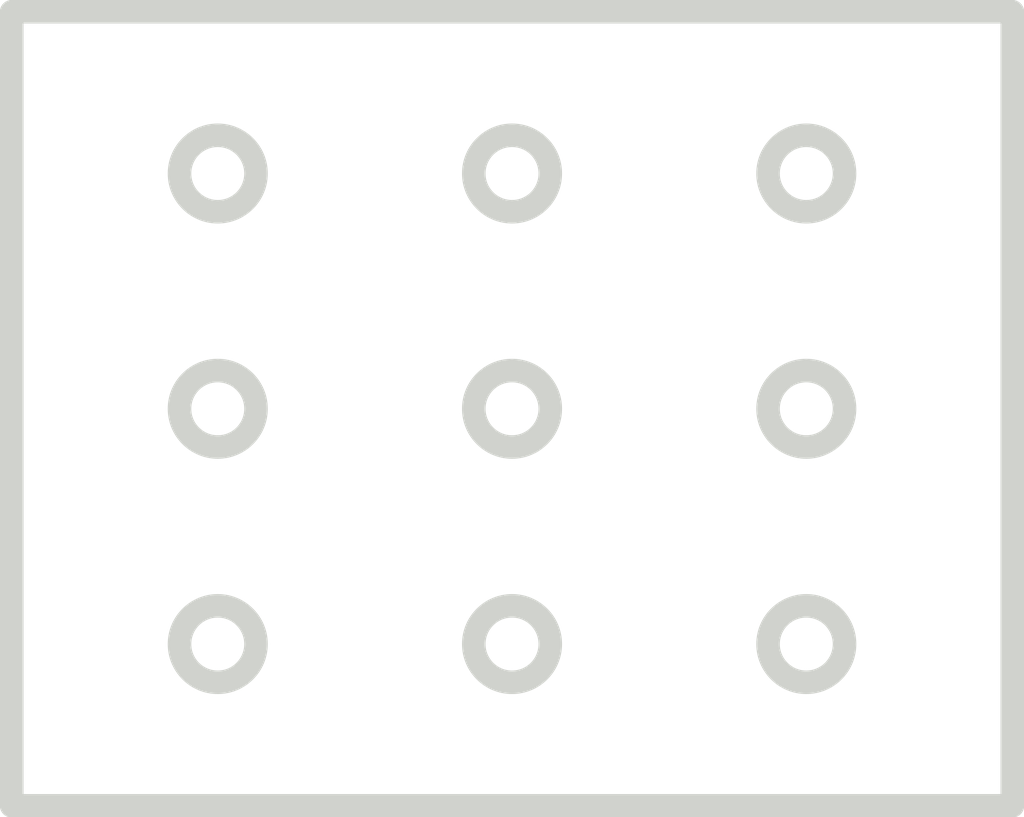
<source format=kicad_pcb>
(kicad_pcb (version 20171130) (host pcbnew 5.1.12-84ad8e8a86~92~ubuntu20.04.1)

  (general
    (thickness 1.6)
    (drawings 13)
    (tracks 0)
    (zones 0)
    (modules 0)
    (nets 1)
  )

  (page A4 portrait)
  (title_block
    (title ТКП-3.35.A)
    (date 2023-12-19)
    (rev 1A)
    (company "Spacer PBS-24-302SP [REV1A]")
    (comment 1 http://github.com/Adept666)
    (comment 2 "Igor Ivanov (Игорь Иванов)")
    (comment 3 -ТТКРЧПДЛ-)
    (comment 4 "This project is licensed under GNU General Public License v3.0 or later")
  )

  (layers
    (0 F.Cu jumper)
    (31 B.Cu signal)
    (44 Edge.Cuts user)
    (45 Margin user)
    (46 B.CrtYd user)
    (47 F.CrtYd user)
  )

  (setup
    (last_trace_width 1)
    (user_trace_width 0.6)
    (trace_clearance 0)
    (zone_clearance 0.6)
    (zone_45_only no)
    (trace_min 0.2)
    (via_size 1.5)
    (via_drill 0.5)
    (via_min_size 0.4)
    (via_min_drill 0.3)
    (uvia_size 0.3)
    (uvia_drill 0.1)
    (uvias_allowed no)
    (uvia_min_size 0.2)
    (uvia_min_drill 0.1)
    (edge_width 0.4)
    (segment_width 0.2)
    (pcb_text_width 0.3)
    (pcb_text_size 1.5 1.5)
    (mod_edge_width 0.15)
    (mod_text_size 1 1)
    (mod_text_width 0.15)
    (pad_size 1.6 1.8)
    (pad_drill 0)
    (pad_to_mask_clearance 0.1)
    (solder_mask_min_width 0.2)
    (aux_axis_origin 0 0)
    (visible_elements 7FFFFFFF)
    (pcbplotparams
      (layerselection 0x20000_7ffffffe)
      (usegerberextensions false)
      (usegerberattributes false)
      (usegerberadvancedattributes false)
      (creategerberjobfile false)
      (excludeedgelayer false)
      (linewidth 0.100000)
      (plotframeref true)
      (viasonmask false)
      (mode 1)
      (useauxorigin false)
      (hpglpennumber 1)
      (hpglpenspeed 20)
      (hpglpendiameter 15.000000)
      (psnegative false)
      (psa4output false)
      (plotreference false)
      (plotvalue true)
      (plotinvisibletext false)
      (padsonsilk true)
      (subtractmaskfromsilk false)
      (outputformat 4)
      (mirror false)
      (drillshape 0)
      (scaleselection 1)
      (outputdirectory ""))
  )

  (net 0 "")

  (net_class Default "This is the default net class."
    (clearance 0)
    (trace_width 1)
    (via_dia 1.5)
    (via_drill 0.5)
    (uvia_dia 0.3)
    (uvia_drill 0.1)
  )

  (gr_circle (center 110.41 152.59) (end 111.06 152.59) (layer Edge.Cuts) (width 0.4) (tstamp 63D7F470))
  (gr_circle (center 105.41 152.59) (end 106.06 152.59) (layer Edge.Cuts) (width 0.4) (tstamp 63D7F470))
  (gr_circle (center 100.41 152.59) (end 101.06 152.59) (layer Edge.Cuts) (width 0.4) (tstamp 63D7F470))
  (gr_circle (center 110.41 148.59) (end 111.06 148.59) (layer Edge.Cuts) (width 0.4) (tstamp 63D7F470))
  (gr_circle (center 105.41 148.59) (end 106.06 148.59) (layer Edge.Cuts) (width 0.4) (tstamp 63D7F470))
  (gr_circle (center 100.41 148.59) (end 101.06 148.59) (layer Edge.Cuts) (width 0.4) (tstamp 63D7F470))
  (gr_circle (center 110.41 144.59) (end 111.06 144.59) (layer Edge.Cuts) (width 0.4) (tstamp 63D7F470))
  (gr_circle (center 105.41 144.59) (end 106.06 144.59) (layer Edge.Cuts) (width 0.4) (tstamp 63D7F470))
  (gr_circle (center 100.41 144.59) (end 101.06 144.59) (layer Edge.Cuts) (width 0.4))
  (gr_line (start 113.91 141.84) (end 113.91 155.34) (layer Edge.Cuts) (width 0.4) (tstamp 5FE6F872))
  (gr_line (start 96.91 141.84) (end 96.91 155.34) (layer Edge.Cuts) (width 0.4) (tstamp 5FE6F872))
  (gr_line (start 96.91 155.34) (end 113.91 155.34) (layer Edge.Cuts) (width 0.4) (tstamp 5FE6FAB1))
  (gr_line (start 96.91 141.84) (end 113.91 141.84) (layer Edge.Cuts) (width 0.4) (tstamp 5FE6F86E))

)

</source>
